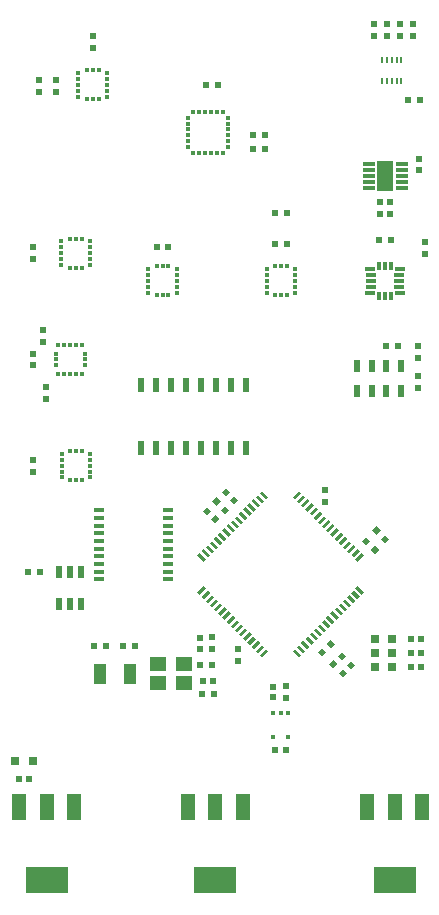
<source format=gtp>
G75*
G70*
%OFA0B0*%
%FSLAX24Y24*%
%IPPOS*%
%LPD*%
%AMOC8*
5,1,8,0,0,1.08239X$1,22.5*
%
%ADD10R,0.0089X0.0236*%
%ADD11R,0.0197X0.0197*%
%ADD12R,0.0136X0.0177*%
%ADD13R,0.0177X0.0136*%
%ADD14R,0.0217X0.0413*%
%ADD15R,0.0118X0.0157*%
%ADD16R,0.0217X0.0236*%
%ADD17R,0.0341X0.0118*%
%ADD18R,0.0364X0.0118*%
%ADD19R,0.0118X0.0315*%
%ADD20R,0.0106X0.0295*%
%ADD21R,0.0197X0.0197*%
%ADD22R,0.0236X0.0217*%
%ADD23R,0.0394X0.0709*%
%ADD24R,0.0551X0.0472*%
%ADD25R,0.0315X0.0315*%
%ADD26R,0.0480X0.0880*%
%ADD27R,0.1417X0.0866*%
%ADD28R,0.0335X0.0157*%
%ADD29R,0.0118X0.0170*%
%ADD30R,0.0118X0.0177*%
%ADD31R,0.0170X0.0118*%
%ADD32R,0.0177X0.0118*%
%ADD33R,0.0236X0.0500*%
%ADD34R,0.0217X0.0394*%
%ADD35R,0.0394X0.0118*%
%ADD36R,0.0551X0.1024*%
D10*
X014400Y029334D03*
X014558Y029334D03*
X014715Y029334D03*
X014873Y029334D03*
X015030Y029334D03*
X015030Y030043D03*
X014873Y030043D03*
X014715Y030043D03*
X014558Y030043D03*
X014400Y030043D03*
D11*
X014555Y030842D03*
X014555Y031235D03*
X014112Y031235D03*
X014112Y030842D03*
X014992Y030842D03*
X014992Y031235D03*
X015421Y031237D03*
X015421Y030843D03*
X015245Y028709D03*
X015639Y028709D03*
X015632Y026765D03*
X015632Y026372D03*
X014689Y024039D03*
X014295Y024039D03*
X015812Y023975D03*
X015812Y023582D03*
X015582Y020515D03*
X015582Y020122D03*
X015582Y019525D03*
X015582Y019132D03*
X014926Y020519D03*
X014532Y020519D03*
X011219Y023909D03*
X010825Y023909D03*
X010825Y024959D03*
X011219Y024959D03*
X010499Y027069D03*
X010105Y027069D03*
X010085Y027539D03*
X010479Y027539D03*
X008919Y029219D03*
X008525Y029219D03*
X004752Y030442D03*
X004752Y030835D03*
X003512Y029390D03*
X003512Y028997D03*
X002952Y028997D03*
X002952Y029390D03*
X002762Y023805D03*
X002762Y023412D03*
X003082Y021055D03*
X003082Y020662D03*
X002762Y020265D03*
X002762Y019872D03*
X003182Y019135D03*
X003182Y018742D03*
X002762Y016725D03*
X002762Y016332D03*
X002588Y012970D03*
X002982Y012970D03*
X004795Y010529D03*
X005189Y010529D03*
X005755Y010529D03*
X006149Y010529D03*
X008325Y009899D03*
X008719Y009899D03*
X008720Y010412D03*
X008720Y010805D03*
X009582Y010415D03*
X009582Y010022D03*
X008789Y008919D03*
X008395Y008919D03*
X010812Y007039D03*
X011205Y007039D03*
X011200Y008792D03*
X011200Y009185D03*
X012502Y015322D03*
X012502Y015715D03*
X007269Y023819D03*
X006875Y023819D03*
D12*
X006875Y023171D03*
X007072Y023171D03*
X007269Y023171D03*
X007269Y022206D03*
X007072Y022206D03*
X006875Y022206D03*
X004384Y023126D03*
X004187Y023126D03*
X003990Y023126D03*
X003990Y024091D03*
X004187Y024091D03*
X004384Y024091D03*
X004386Y020551D03*
X004189Y020551D03*
X003992Y020551D03*
X003795Y020551D03*
X003599Y020551D03*
X003599Y019586D03*
X003795Y019586D03*
X003992Y019586D03*
X004189Y019586D03*
X004386Y019586D03*
X004386Y017011D03*
X004189Y017011D03*
X003992Y017011D03*
X003992Y016046D03*
X004189Y016046D03*
X004386Y016046D03*
X010825Y022206D03*
X011022Y022206D03*
X011219Y022206D03*
X011219Y023171D03*
X011022Y023171D03*
X010825Y023171D03*
X004949Y028741D03*
X004752Y028741D03*
X004555Y028741D03*
X004555Y029706D03*
X004752Y029706D03*
X004949Y029706D03*
D13*
X005234Y029617D03*
X005234Y029420D03*
X005234Y029224D03*
X005234Y029027D03*
X005234Y028830D03*
X004270Y028830D03*
X004270Y029027D03*
X004270Y029224D03*
X004270Y029420D03*
X004270Y029617D03*
X004669Y024002D03*
X004669Y023805D03*
X004669Y023609D03*
X004669Y023412D03*
X004669Y023215D03*
X003705Y023215D03*
X003705Y023412D03*
X003705Y023609D03*
X003705Y023805D03*
X003705Y024002D03*
X006590Y023082D03*
X006590Y022885D03*
X006590Y022689D03*
X006590Y022492D03*
X006590Y022295D03*
X007554Y022295D03*
X007554Y022492D03*
X007554Y022689D03*
X007554Y022885D03*
X007554Y023082D03*
X004474Y020265D03*
X004474Y020069D03*
X004474Y019872D03*
X003510Y019872D03*
X003510Y020069D03*
X003510Y020265D03*
X003707Y016922D03*
X003707Y016725D03*
X003707Y016529D03*
X003707Y016332D03*
X003707Y016135D03*
X004671Y016135D03*
X004671Y016332D03*
X004671Y016529D03*
X004671Y016725D03*
X004671Y016922D03*
X010540Y022295D03*
X010540Y022492D03*
X010540Y022689D03*
X010540Y022885D03*
X010540Y023082D03*
X011504Y023082D03*
X011504Y022885D03*
X011504Y022689D03*
X011504Y022492D03*
X011504Y022295D03*
D14*
X013549Y019856D03*
X014041Y019856D03*
X014533Y019856D03*
X015025Y019856D03*
X015025Y019010D03*
X014533Y019010D03*
X014041Y019010D03*
X013549Y019010D03*
D15*
X011264Y008282D03*
X011008Y008282D03*
X010753Y008282D03*
X010753Y007495D03*
X011264Y007495D03*
D16*
X010747Y008821D03*
X010747Y009156D03*
X008312Y010431D03*
X008312Y010766D03*
D17*
X014003Y022295D03*
X014003Y023082D03*
X014981Y023082D03*
X014981Y022295D03*
D18*
X014970Y022492D03*
X014970Y022689D03*
X014970Y022885D03*
X014015Y022885D03*
X014015Y022689D03*
X014015Y022492D03*
D19*
X014295Y022187D03*
X014492Y022187D03*
X014689Y022187D03*
X014689Y023191D03*
X014492Y023191D03*
X014295Y023191D03*
D20*
G36*
X011491Y015416D02*
X011416Y015491D01*
X011623Y015698D01*
X011698Y015623D01*
X011491Y015416D01*
G37*
G36*
X011630Y015276D02*
X011555Y015351D01*
X011762Y015558D01*
X011837Y015483D01*
X011630Y015276D01*
G37*
G36*
X011769Y015137D02*
X011694Y015212D01*
X011901Y015419D01*
X011976Y015344D01*
X011769Y015137D01*
G37*
G36*
X011908Y014998D02*
X011833Y015073D01*
X012040Y015280D01*
X012115Y015205D01*
X011908Y014998D01*
G37*
G36*
X012047Y014859D02*
X011972Y014934D01*
X012179Y015141D01*
X012254Y015066D01*
X012047Y014859D01*
G37*
G36*
X012186Y014720D02*
X012111Y014795D01*
X012318Y015002D01*
X012393Y014927D01*
X012186Y014720D01*
G37*
G36*
X012326Y014580D02*
X012251Y014655D01*
X012458Y014862D01*
X012533Y014787D01*
X012326Y014580D01*
G37*
G36*
X012465Y014441D02*
X012390Y014516D01*
X012597Y014723D01*
X012672Y014648D01*
X012465Y014441D01*
G37*
G36*
X012604Y014302D02*
X012529Y014377D01*
X012736Y014584D01*
X012811Y014509D01*
X012604Y014302D01*
G37*
G36*
X012743Y014163D02*
X012668Y014238D01*
X012875Y014445D01*
X012950Y014370D01*
X012743Y014163D01*
G37*
G36*
X012882Y014024D02*
X012807Y014099D01*
X013014Y014306D01*
X013089Y014231D01*
X012882Y014024D01*
G37*
G36*
X013022Y013885D02*
X012947Y013960D01*
X013154Y014167D01*
X013229Y014092D01*
X013022Y013885D01*
G37*
G36*
X013161Y013745D02*
X013086Y013820D01*
X013293Y014027D01*
X013368Y013952D01*
X013161Y013745D01*
G37*
G36*
X013300Y013606D02*
X013225Y013681D01*
X013432Y013888D01*
X013507Y013813D01*
X013300Y013606D01*
G37*
G36*
X013439Y013467D02*
X013364Y013542D01*
X013571Y013749D01*
X013646Y013674D01*
X013439Y013467D01*
G37*
G36*
X013578Y013328D02*
X013503Y013403D01*
X013710Y013610D01*
X013785Y013535D01*
X013578Y013328D01*
G37*
G36*
X013785Y012303D02*
X013710Y012228D01*
X013503Y012435D01*
X013578Y012510D01*
X013785Y012303D01*
G37*
G36*
X013364Y012296D02*
X013439Y012371D01*
X013646Y012164D01*
X013571Y012089D01*
X013364Y012296D01*
G37*
G36*
X013225Y012157D02*
X013300Y012232D01*
X013507Y012025D01*
X013432Y011950D01*
X013225Y012157D01*
G37*
G36*
X013086Y012018D02*
X013161Y012093D01*
X013368Y011886D01*
X013293Y011811D01*
X013086Y012018D01*
G37*
G36*
X012947Y011878D02*
X013022Y011953D01*
X013229Y011746D01*
X013154Y011671D01*
X012947Y011878D01*
G37*
G36*
X012807Y011739D02*
X012882Y011814D01*
X013089Y011607D01*
X013014Y011532D01*
X012807Y011739D01*
G37*
G36*
X012668Y011600D02*
X012743Y011675D01*
X012950Y011468D01*
X012875Y011393D01*
X012668Y011600D01*
G37*
G36*
X012529Y011461D02*
X012604Y011536D01*
X012811Y011329D01*
X012736Y011254D01*
X012529Y011461D01*
G37*
G36*
X012390Y011322D02*
X012465Y011397D01*
X012672Y011190D01*
X012597Y011115D01*
X012390Y011322D01*
G37*
G36*
X012251Y011182D02*
X012326Y011257D01*
X012533Y011050D01*
X012458Y010975D01*
X012251Y011182D01*
G37*
G36*
X012111Y011043D02*
X012186Y011118D01*
X012393Y010911D01*
X012318Y010836D01*
X012111Y011043D01*
G37*
G36*
X011972Y010904D02*
X012047Y010979D01*
X012254Y010772D01*
X012179Y010697D01*
X011972Y010904D01*
G37*
G36*
X011833Y010765D02*
X011908Y010840D01*
X012115Y010633D01*
X012040Y010558D01*
X011833Y010765D01*
G37*
G36*
X011694Y010626D02*
X011769Y010701D01*
X011976Y010494D01*
X011901Y010419D01*
X011694Y010626D01*
G37*
G36*
X011555Y010486D02*
X011630Y010561D01*
X011837Y010354D01*
X011762Y010279D01*
X011555Y010486D01*
G37*
G36*
X011416Y010347D02*
X011491Y010422D01*
X011698Y010215D01*
X011623Y010140D01*
X011416Y010347D01*
G37*
G36*
X010523Y010422D02*
X010598Y010347D01*
X010391Y010140D01*
X010316Y010215D01*
X010523Y010422D01*
G37*
G36*
X010384Y010561D02*
X010459Y010486D01*
X010252Y010279D01*
X010177Y010354D01*
X010384Y010561D01*
G37*
G36*
X010244Y010701D02*
X010319Y010626D01*
X010112Y010419D01*
X010037Y010494D01*
X010244Y010701D01*
G37*
G36*
X010105Y010840D02*
X010180Y010765D01*
X009973Y010558D01*
X009898Y010633D01*
X010105Y010840D01*
G37*
G36*
X009966Y010979D02*
X010041Y010904D01*
X009834Y010697D01*
X009759Y010772D01*
X009966Y010979D01*
G37*
G36*
X009827Y011118D02*
X009902Y011043D01*
X009695Y010836D01*
X009620Y010911D01*
X009827Y011118D01*
G37*
G36*
X009688Y011257D02*
X009763Y011182D01*
X009556Y010975D01*
X009481Y011050D01*
X009688Y011257D01*
G37*
G36*
X009549Y011397D02*
X009624Y011322D01*
X009417Y011115D01*
X009342Y011190D01*
X009549Y011397D01*
G37*
G36*
X009409Y011536D02*
X009484Y011461D01*
X009277Y011254D01*
X009202Y011329D01*
X009409Y011536D01*
G37*
G36*
X009270Y011675D02*
X009345Y011600D01*
X009138Y011393D01*
X009063Y011468D01*
X009270Y011675D01*
G37*
G36*
X009131Y011814D02*
X009206Y011739D01*
X008999Y011532D01*
X008924Y011607D01*
X009131Y011814D01*
G37*
G36*
X008992Y011953D02*
X009067Y011878D01*
X008860Y011671D01*
X008785Y011746D01*
X008992Y011953D01*
G37*
G36*
X008853Y012093D02*
X008928Y012018D01*
X008721Y011811D01*
X008646Y011886D01*
X008853Y012093D01*
G37*
G36*
X008713Y012232D02*
X008788Y012157D01*
X008581Y011950D01*
X008506Y012025D01*
X008713Y012232D01*
G37*
G36*
X008574Y012371D02*
X008649Y012296D01*
X008442Y012089D01*
X008367Y012164D01*
X008574Y012371D01*
G37*
G36*
X008435Y012510D02*
X008510Y012435D01*
X008303Y012228D01*
X008228Y012303D01*
X008435Y012510D01*
G37*
G36*
X008510Y013403D02*
X008435Y013328D01*
X008228Y013535D01*
X008303Y013610D01*
X008510Y013403D01*
G37*
G36*
X008649Y013542D02*
X008574Y013467D01*
X008367Y013674D01*
X008442Y013749D01*
X008649Y013542D01*
G37*
G36*
X008788Y013681D02*
X008713Y013606D01*
X008506Y013813D01*
X008581Y013888D01*
X008788Y013681D01*
G37*
G36*
X008928Y013820D02*
X008853Y013745D01*
X008646Y013952D01*
X008721Y014027D01*
X008928Y013820D01*
G37*
G36*
X009067Y013960D02*
X008992Y013885D01*
X008785Y014092D01*
X008860Y014167D01*
X009067Y013960D01*
G37*
G36*
X009206Y014099D02*
X009131Y014024D01*
X008924Y014231D01*
X008999Y014306D01*
X009206Y014099D01*
G37*
G36*
X009345Y014238D02*
X009270Y014163D01*
X009063Y014370D01*
X009138Y014445D01*
X009345Y014238D01*
G37*
G36*
X009484Y014377D02*
X009409Y014302D01*
X009202Y014509D01*
X009277Y014584D01*
X009484Y014377D01*
G37*
G36*
X009624Y014516D02*
X009549Y014441D01*
X009342Y014648D01*
X009417Y014723D01*
X009624Y014516D01*
G37*
G36*
X009763Y014655D02*
X009688Y014580D01*
X009481Y014787D01*
X009556Y014862D01*
X009763Y014655D01*
G37*
G36*
X009902Y014795D02*
X009827Y014720D01*
X009620Y014927D01*
X009695Y015002D01*
X009902Y014795D01*
G37*
G36*
X010041Y014934D02*
X009966Y014859D01*
X009759Y015066D01*
X009834Y015141D01*
X010041Y014934D01*
G37*
G36*
X010180Y015073D02*
X010105Y014998D01*
X009898Y015205D01*
X009973Y015280D01*
X010180Y015073D01*
G37*
G36*
X010319Y015212D02*
X010244Y015137D01*
X010037Y015344D01*
X010112Y015419D01*
X010319Y015212D01*
G37*
G36*
X010459Y015351D02*
X010384Y015276D01*
X010177Y015483D01*
X010252Y015558D01*
X010459Y015351D01*
G37*
G36*
X010598Y015491D02*
X010523Y015416D01*
X010316Y015623D01*
X010391Y015698D01*
X010598Y015491D01*
G37*
D21*
G36*
X009467Y015238D02*
X009329Y015376D01*
X009467Y015514D01*
X009605Y015376D01*
X009467Y015238D01*
G37*
G36*
X009149Y014920D02*
X009011Y015058D01*
X009149Y015196D01*
X009287Y015058D01*
X009149Y014920D01*
G37*
G36*
X008838Y014609D02*
X008700Y014747D01*
X008838Y014885D01*
X008976Y014747D01*
X008838Y014609D01*
G37*
G36*
X008560Y014887D02*
X008422Y015025D01*
X008560Y015163D01*
X008698Y015025D01*
X008560Y014887D01*
G37*
G36*
X008871Y015199D02*
X008733Y015337D01*
X008871Y015475D01*
X009009Y015337D01*
X008871Y015199D01*
G37*
G36*
X009189Y015517D02*
X009051Y015655D01*
X009189Y015793D01*
X009327Y015655D01*
X009189Y015517D01*
G37*
G36*
X012812Y010579D02*
X012674Y010441D01*
X012536Y010579D01*
X012674Y010717D01*
X012812Y010579D01*
G37*
G36*
X013187Y010194D02*
X013049Y010056D01*
X012911Y010194D01*
X013049Y010332D01*
X013187Y010194D01*
G37*
G36*
X013498Y009883D02*
X013360Y009745D01*
X013222Y009883D01*
X013360Y010021D01*
X013498Y009883D01*
G37*
G36*
X013219Y009605D02*
X013081Y009467D01*
X012943Y009605D01*
X013081Y009743D01*
X013219Y009605D01*
G37*
G36*
X012908Y009916D02*
X012770Y009778D01*
X012632Y009916D01*
X012770Y010054D01*
X012908Y009916D01*
G37*
G36*
X012533Y010300D02*
X012395Y010162D01*
X012257Y010300D01*
X012395Y010438D01*
X012533Y010300D01*
G37*
G36*
X014140Y013593D02*
X014002Y013731D01*
X014140Y013869D01*
X014278Y013731D01*
X014140Y013593D01*
G37*
G36*
X013861Y013872D02*
X013723Y014010D01*
X013861Y014148D01*
X013999Y014010D01*
X013861Y013872D01*
G37*
G36*
X014209Y014229D02*
X014071Y014367D01*
X014209Y014505D01*
X014347Y014367D01*
X014209Y014229D01*
G37*
G36*
X014487Y013951D02*
X014349Y014089D01*
X014487Y014227D01*
X014625Y014089D01*
X014487Y013951D01*
G37*
D22*
X015345Y010759D03*
X015345Y010289D03*
X015680Y010289D03*
X015680Y010759D03*
X015680Y009829D03*
X015345Y009829D03*
X008760Y009334D03*
X008425Y009334D03*
X002625Y006089D03*
X002290Y006089D03*
X014325Y024909D03*
X014660Y024909D03*
X014660Y025329D03*
X014325Y025329D03*
D23*
X005984Y009586D03*
X005000Y009586D03*
D24*
X006907Y009271D03*
X006907Y009901D03*
X007773Y009901D03*
X007773Y009271D03*
D25*
X002752Y006679D03*
X002162Y006679D03*
X014147Y009829D03*
X014147Y010289D03*
X014147Y010759D03*
X014737Y010759D03*
X014737Y010289D03*
X014737Y009829D03*
D26*
X014812Y005149D03*
X013902Y005149D03*
X015722Y005149D03*
X009742Y005149D03*
X008832Y005149D03*
X007922Y005149D03*
X004122Y005149D03*
X003212Y005149D03*
X002302Y005149D03*
D27*
X003212Y002709D03*
X008832Y002709D03*
X014812Y002709D03*
D28*
X007244Y012734D03*
X007244Y012990D03*
X007244Y013245D03*
X007244Y013501D03*
X007244Y013757D03*
X007244Y014013D03*
X007244Y014269D03*
X007244Y014525D03*
X007244Y014781D03*
X007244Y015037D03*
X004941Y015037D03*
X004941Y014781D03*
X004941Y014525D03*
X004941Y014269D03*
X004941Y014013D03*
X004941Y013757D03*
X004941Y013501D03*
X004941Y013245D03*
X004941Y012990D03*
X004941Y012734D03*
D29*
X008100Y026955D03*
X009084Y026955D03*
X009084Y028314D03*
X008100Y028314D03*
D30*
X008297Y028314D03*
X008494Y028314D03*
X008691Y028314D03*
X008887Y028314D03*
X008887Y026955D03*
X008691Y026955D03*
X008494Y026955D03*
X008297Y026955D03*
D31*
X007913Y027142D03*
X007913Y028127D03*
X009271Y028127D03*
X009271Y027142D03*
D32*
X009271Y027339D03*
X009271Y027536D03*
X009271Y027733D03*
X009271Y027930D03*
X007913Y027930D03*
X007913Y027733D03*
X007913Y027536D03*
X007913Y027339D03*
D33*
X007842Y019212D03*
X008342Y019212D03*
X008842Y019212D03*
X009342Y019212D03*
X009842Y019212D03*
X009842Y017105D03*
X009342Y017105D03*
X008842Y017105D03*
X008342Y017105D03*
X007842Y017105D03*
X007342Y017105D03*
X006842Y017105D03*
X006342Y017105D03*
X006342Y019212D03*
X006842Y019212D03*
X007342Y019212D03*
D34*
X004366Y012970D03*
X003992Y012970D03*
X003618Y012970D03*
X003618Y011907D03*
X003992Y011907D03*
X004366Y011907D03*
D35*
X013941Y025785D03*
X013941Y025982D03*
X013941Y026179D03*
X013941Y026375D03*
X013941Y026572D03*
X015043Y026572D03*
X015043Y026375D03*
X015043Y026179D03*
X015043Y025982D03*
X015043Y025785D03*
D36*
X014492Y026179D03*
M02*

</source>
